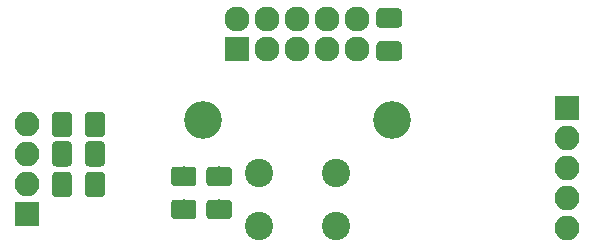
<source format=gbr>
G04 #@! TF.GenerationSoftware,KiCad,Pcbnew,(5.1.4)-1*
G04 #@! TF.CreationDate,2020-05-20T00:47:24+02:00*
G04 #@! TF.ProjectId,project_gtag,70726f6a-6563-4745-9f67-7461672e6b69,V3.1*
G04 #@! TF.SameCoordinates,PX7735940PY44aa200*
G04 #@! TF.FileFunction,Soldermask,Bot*
G04 #@! TF.FilePolarity,Negative*
%FSLAX46Y46*%
G04 Gerber Fmt 4.6, Leading zero omitted, Abs format (unit mm)*
G04 Created by KiCad (PCBNEW (5.1.4)-1) date 2020-05-20 00:47:24*
%MOMM*%
%LPD*%
G04 APERTURE LIST*
%ADD10C,0.100000*%
%ADD11C,1.650000*%
%ADD12R,2.100000X2.100000*%
%ADD13O,2.100000X2.100000*%
%ADD14C,2.400000*%
%ADD15C,3.200000*%
%ADD16R,2.127200X2.127200*%
%ADD17O,2.127200X2.127200*%
G04 APERTURE END LIST*
D10*
G36*
X35577346Y-11376589D02*
G01*
X35609380Y-11381341D01*
X35640794Y-11389210D01*
X35671286Y-11400120D01*
X35700561Y-11413966D01*
X35728338Y-11430615D01*
X35754350Y-11449907D01*
X35778345Y-11471655D01*
X35800093Y-11495650D01*
X35819385Y-11521662D01*
X35836034Y-11549439D01*
X35849880Y-11578714D01*
X35860790Y-11609206D01*
X35868659Y-11640620D01*
X35873411Y-11672654D01*
X35875000Y-11705000D01*
X35875000Y-12695000D01*
X35873411Y-12727346D01*
X35868659Y-12759380D01*
X35860790Y-12790794D01*
X35849880Y-12821286D01*
X35836034Y-12850561D01*
X35819385Y-12878338D01*
X35800093Y-12904350D01*
X35778345Y-12928345D01*
X35754350Y-12950093D01*
X35728338Y-12969385D01*
X35700561Y-12986034D01*
X35671286Y-12999880D01*
X35640794Y-13010790D01*
X35609380Y-13018659D01*
X35577346Y-13023411D01*
X35545000Y-13025000D01*
X34055000Y-13025000D01*
X34022654Y-13023411D01*
X33990620Y-13018659D01*
X33959206Y-13010790D01*
X33928714Y-12999880D01*
X33899439Y-12986034D01*
X33871662Y-12969385D01*
X33845650Y-12950093D01*
X33821655Y-12928345D01*
X33799907Y-12904350D01*
X33780615Y-12878338D01*
X33763966Y-12850561D01*
X33750120Y-12821286D01*
X33739210Y-12790794D01*
X33731341Y-12759380D01*
X33726589Y-12727346D01*
X33725000Y-12695000D01*
X33725000Y-11705000D01*
X33726589Y-11672654D01*
X33731341Y-11640620D01*
X33739210Y-11609206D01*
X33750120Y-11578714D01*
X33763966Y-11549439D01*
X33780615Y-11521662D01*
X33799907Y-11495650D01*
X33821655Y-11471655D01*
X33845650Y-11449907D01*
X33871662Y-11430615D01*
X33899439Y-11413966D01*
X33928714Y-11400120D01*
X33959206Y-11389210D01*
X33990620Y-11381341D01*
X34022654Y-11376589D01*
X34055000Y-11375000D01*
X35545000Y-11375000D01*
X35577346Y-11376589D01*
X35577346Y-11376589D01*
G37*
D11*
X34800000Y-12200000D03*
D10*
G36*
X35577346Y-8576589D02*
G01*
X35609380Y-8581341D01*
X35640794Y-8589210D01*
X35671286Y-8600120D01*
X35700561Y-8613966D01*
X35728338Y-8630615D01*
X35754350Y-8649907D01*
X35778345Y-8671655D01*
X35800093Y-8695650D01*
X35819385Y-8721662D01*
X35836034Y-8749439D01*
X35849880Y-8778714D01*
X35860790Y-8809206D01*
X35868659Y-8840620D01*
X35873411Y-8872654D01*
X35875000Y-8905000D01*
X35875000Y-9895000D01*
X35873411Y-9927346D01*
X35868659Y-9959380D01*
X35860790Y-9990794D01*
X35849880Y-10021286D01*
X35836034Y-10050561D01*
X35819385Y-10078338D01*
X35800093Y-10104350D01*
X35778345Y-10128345D01*
X35754350Y-10150093D01*
X35728338Y-10169385D01*
X35700561Y-10186034D01*
X35671286Y-10199880D01*
X35640794Y-10210790D01*
X35609380Y-10218659D01*
X35577346Y-10223411D01*
X35545000Y-10225000D01*
X34055000Y-10225000D01*
X34022654Y-10223411D01*
X33990620Y-10218659D01*
X33959206Y-10210790D01*
X33928714Y-10199880D01*
X33899439Y-10186034D01*
X33871662Y-10169385D01*
X33845650Y-10150093D01*
X33821655Y-10128345D01*
X33799907Y-10104350D01*
X33780615Y-10078338D01*
X33763966Y-10050561D01*
X33750120Y-10021286D01*
X33739210Y-9990794D01*
X33731341Y-9959380D01*
X33726589Y-9927346D01*
X33725000Y-9895000D01*
X33725000Y-8905000D01*
X33726589Y-8872654D01*
X33731341Y-8840620D01*
X33739210Y-8809206D01*
X33750120Y-8778714D01*
X33763966Y-8749439D01*
X33780615Y-8721662D01*
X33799907Y-8695650D01*
X33821655Y-8671655D01*
X33845650Y-8649907D01*
X33871662Y-8630615D01*
X33899439Y-8613966D01*
X33928714Y-8600120D01*
X33959206Y-8589210D01*
X33990620Y-8581341D01*
X34022654Y-8576589D01*
X34055000Y-8575000D01*
X35545000Y-8575000D01*
X35577346Y-8576589D01*
X35577346Y-8576589D01*
G37*
D11*
X34800000Y-9400000D03*
D10*
G36*
X18177346Y-21976589D02*
G01*
X18209380Y-21981341D01*
X18240794Y-21989210D01*
X18271286Y-22000120D01*
X18300561Y-22013966D01*
X18328338Y-22030615D01*
X18354350Y-22049907D01*
X18378345Y-22071655D01*
X18400093Y-22095650D01*
X18419385Y-22121662D01*
X18436034Y-22149439D01*
X18449880Y-22178714D01*
X18460790Y-22209206D01*
X18468659Y-22240620D01*
X18473411Y-22272654D01*
X18475000Y-22305000D01*
X18475000Y-23295000D01*
X18473411Y-23327346D01*
X18468659Y-23359380D01*
X18460790Y-23390794D01*
X18449880Y-23421286D01*
X18436034Y-23450561D01*
X18419385Y-23478338D01*
X18400093Y-23504350D01*
X18378345Y-23528345D01*
X18354350Y-23550093D01*
X18328338Y-23569385D01*
X18300561Y-23586034D01*
X18271286Y-23599880D01*
X18240794Y-23610790D01*
X18209380Y-23618659D01*
X18177346Y-23623411D01*
X18145000Y-23625000D01*
X16655000Y-23625000D01*
X16622654Y-23623411D01*
X16590620Y-23618659D01*
X16559206Y-23610790D01*
X16528714Y-23599880D01*
X16499439Y-23586034D01*
X16471662Y-23569385D01*
X16445650Y-23550093D01*
X16421655Y-23528345D01*
X16399907Y-23504350D01*
X16380615Y-23478338D01*
X16363966Y-23450561D01*
X16350120Y-23421286D01*
X16339210Y-23390794D01*
X16331341Y-23359380D01*
X16326589Y-23327346D01*
X16325000Y-23295000D01*
X16325000Y-22305000D01*
X16326589Y-22272654D01*
X16331341Y-22240620D01*
X16339210Y-22209206D01*
X16350120Y-22178714D01*
X16363966Y-22149439D01*
X16380615Y-22121662D01*
X16399907Y-22095650D01*
X16421655Y-22071655D01*
X16445650Y-22049907D01*
X16471662Y-22030615D01*
X16499439Y-22013966D01*
X16528714Y-22000120D01*
X16559206Y-21989210D01*
X16590620Y-21981341D01*
X16622654Y-21976589D01*
X16655000Y-21975000D01*
X18145000Y-21975000D01*
X18177346Y-21976589D01*
X18177346Y-21976589D01*
G37*
D11*
X17400000Y-22800000D03*
D10*
G36*
X18177346Y-24776589D02*
G01*
X18209380Y-24781341D01*
X18240794Y-24789210D01*
X18271286Y-24800120D01*
X18300561Y-24813966D01*
X18328338Y-24830615D01*
X18354350Y-24849907D01*
X18378345Y-24871655D01*
X18400093Y-24895650D01*
X18419385Y-24921662D01*
X18436034Y-24949439D01*
X18449880Y-24978714D01*
X18460790Y-25009206D01*
X18468659Y-25040620D01*
X18473411Y-25072654D01*
X18475000Y-25105000D01*
X18475000Y-26095000D01*
X18473411Y-26127346D01*
X18468659Y-26159380D01*
X18460790Y-26190794D01*
X18449880Y-26221286D01*
X18436034Y-26250561D01*
X18419385Y-26278338D01*
X18400093Y-26304350D01*
X18378345Y-26328345D01*
X18354350Y-26350093D01*
X18328338Y-26369385D01*
X18300561Y-26386034D01*
X18271286Y-26399880D01*
X18240794Y-26410790D01*
X18209380Y-26418659D01*
X18177346Y-26423411D01*
X18145000Y-26425000D01*
X16655000Y-26425000D01*
X16622654Y-26423411D01*
X16590620Y-26418659D01*
X16559206Y-26410790D01*
X16528714Y-26399880D01*
X16499439Y-26386034D01*
X16471662Y-26369385D01*
X16445650Y-26350093D01*
X16421655Y-26328345D01*
X16399907Y-26304350D01*
X16380615Y-26278338D01*
X16363966Y-26250561D01*
X16350120Y-26221286D01*
X16339210Y-26190794D01*
X16331341Y-26159380D01*
X16326589Y-26127346D01*
X16325000Y-26095000D01*
X16325000Y-25105000D01*
X16326589Y-25072654D01*
X16331341Y-25040620D01*
X16339210Y-25009206D01*
X16350120Y-24978714D01*
X16363966Y-24949439D01*
X16380615Y-24921662D01*
X16399907Y-24895650D01*
X16421655Y-24871655D01*
X16445650Y-24849907D01*
X16471662Y-24830615D01*
X16499439Y-24813966D01*
X16528714Y-24800120D01*
X16559206Y-24789210D01*
X16590620Y-24781341D01*
X16622654Y-24776589D01*
X16655000Y-24775000D01*
X18145000Y-24775000D01*
X18177346Y-24776589D01*
X18177346Y-24776589D01*
G37*
D11*
X17400000Y-25600000D03*
D10*
G36*
X21177346Y-21976589D02*
G01*
X21209380Y-21981341D01*
X21240794Y-21989210D01*
X21271286Y-22000120D01*
X21300561Y-22013966D01*
X21328338Y-22030615D01*
X21354350Y-22049907D01*
X21378345Y-22071655D01*
X21400093Y-22095650D01*
X21419385Y-22121662D01*
X21436034Y-22149439D01*
X21449880Y-22178714D01*
X21460790Y-22209206D01*
X21468659Y-22240620D01*
X21473411Y-22272654D01*
X21475000Y-22305000D01*
X21475000Y-23295000D01*
X21473411Y-23327346D01*
X21468659Y-23359380D01*
X21460790Y-23390794D01*
X21449880Y-23421286D01*
X21436034Y-23450561D01*
X21419385Y-23478338D01*
X21400093Y-23504350D01*
X21378345Y-23528345D01*
X21354350Y-23550093D01*
X21328338Y-23569385D01*
X21300561Y-23586034D01*
X21271286Y-23599880D01*
X21240794Y-23610790D01*
X21209380Y-23618659D01*
X21177346Y-23623411D01*
X21145000Y-23625000D01*
X19655000Y-23625000D01*
X19622654Y-23623411D01*
X19590620Y-23618659D01*
X19559206Y-23610790D01*
X19528714Y-23599880D01*
X19499439Y-23586034D01*
X19471662Y-23569385D01*
X19445650Y-23550093D01*
X19421655Y-23528345D01*
X19399907Y-23504350D01*
X19380615Y-23478338D01*
X19363966Y-23450561D01*
X19350120Y-23421286D01*
X19339210Y-23390794D01*
X19331341Y-23359380D01*
X19326589Y-23327346D01*
X19325000Y-23295000D01*
X19325000Y-22305000D01*
X19326589Y-22272654D01*
X19331341Y-22240620D01*
X19339210Y-22209206D01*
X19350120Y-22178714D01*
X19363966Y-22149439D01*
X19380615Y-22121662D01*
X19399907Y-22095650D01*
X19421655Y-22071655D01*
X19445650Y-22049907D01*
X19471662Y-22030615D01*
X19499439Y-22013966D01*
X19528714Y-22000120D01*
X19559206Y-21989210D01*
X19590620Y-21981341D01*
X19622654Y-21976589D01*
X19655000Y-21975000D01*
X21145000Y-21975000D01*
X21177346Y-21976589D01*
X21177346Y-21976589D01*
G37*
D11*
X20400000Y-22800000D03*
D10*
G36*
X21177346Y-24776589D02*
G01*
X21209380Y-24781341D01*
X21240794Y-24789210D01*
X21271286Y-24800120D01*
X21300561Y-24813966D01*
X21328338Y-24830615D01*
X21354350Y-24849907D01*
X21378345Y-24871655D01*
X21400093Y-24895650D01*
X21419385Y-24921662D01*
X21436034Y-24949439D01*
X21449880Y-24978714D01*
X21460790Y-25009206D01*
X21468659Y-25040620D01*
X21473411Y-25072654D01*
X21475000Y-25105000D01*
X21475000Y-26095000D01*
X21473411Y-26127346D01*
X21468659Y-26159380D01*
X21460790Y-26190794D01*
X21449880Y-26221286D01*
X21436034Y-26250561D01*
X21419385Y-26278338D01*
X21400093Y-26304350D01*
X21378345Y-26328345D01*
X21354350Y-26350093D01*
X21328338Y-26369385D01*
X21300561Y-26386034D01*
X21271286Y-26399880D01*
X21240794Y-26410790D01*
X21209380Y-26418659D01*
X21177346Y-26423411D01*
X21145000Y-26425000D01*
X19655000Y-26425000D01*
X19622654Y-26423411D01*
X19590620Y-26418659D01*
X19559206Y-26410790D01*
X19528714Y-26399880D01*
X19499439Y-26386034D01*
X19471662Y-26369385D01*
X19445650Y-26350093D01*
X19421655Y-26328345D01*
X19399907Y-26304350D01*
X19380615Y-26278338D01*
X19363966Y-26250561D01*
X19350120Y-26221286D01*
X19339210Y-26190794D01*
X19331341Y-26159380D01*
X19326589Y-26127346D01*
X19325000Y-26095000D01*
X19325000Y-25105000D01*
X19326589Y-25072654D01*
X19331341Y-25040620D01*
X19339210Y-25009206D01*
X19350120Y-24978714D01*
X19363966Y-24949439D01*
X19380615Y-24921662D01*
X19399907Y-24895650D01*
X19421655Y-24871655D01*
X19445650Y-24849907D01*
X19471662Y-24830615D01*
X19499439Y-24813966D01*
X19528714Y-24800120D01*
X19559206Y-24789210D01*
X19590620Y-24781341D01*
X19622654Y-24776589D01*
X19655000Y-24775000D01*
X21145000Y-24775000D01*
X21177346Y-24776589D01*
X21177346Y-24776589D01*
G37*
D11*
X20400000Y-25600000D03*
D12*
X49900000Y-17000000D03*
D13*
X49900000Y-19540000D03*
X49900000Y-22080000D03*
X49900000Y-24620000D03*
X49900000Y-27160000D03*
D12*
X4100000Y-26000000D03*
D13*
X4100000Y-23460000D03*
X4100000Y-20920000D03*
X4100000Y-18380000D03*
D10*
G36*
X7627346Y-19826589D02*
G01*
X7659380Y-19831341D01*
X7690794Y-19839210D01*
X7721286Y-19850120D01*
X7750561Y-19863966D01*
X7778338Y-19880615D01*
X7804350Y-19899907D01*
X7828345Y-19921655D01*
X7850093Y-19945650D01*
X7869385Y-19971662D01*
X7886034Y-19999439D01*
X7899880Y-20028714D01*
X7910790Y-20059206D01*
X7918659Y-20090620D01*
X7923411Y-20122654D01*
X7925000Y-20155000D01*
X7925000Y-21645000D01*
X7923411Y-21677346D01*
X7918659Y-21709380D01*
X7910790Y-21740794D01*
X7899880Y-21771286D01*
X7886034Y-21800561D01*
X7869385Y-21828338D01*
X7850093Y-21854350D01*
X7828345Y-21878345D01*
X7804350Y-21900093D01*
X7778338Y-21919385D01*
X7750561Y-21936034D01*
X7721286Y-21949880D01*
X7690794Y-21960790D01*
X7659380Y-21968659D01*
X7627346Y-21973411D01*
X7595000Y-21975000D01*
X6605000Y-21975000D01*
X6572654Y-21973411D01*
X6540620Y-21968659D01*
X6509206Y-21960790D01*
X6478714Y-21949880D01*
X6449439Y-21936034D01*
X6421662Y-21919385D01*
X6395650Y-21900093D01*
X6371655Y-21878345D01*
X6349907Y-21854350D01*
X6330615Y-21828338D01*
X6313966Y-21800561D01*
X6300120Y-21771286D01*
X6289210Y-21740794D01*
X6281341Y-21709380D01*
X6276589Y-21677346D01*
X6275000Y-21645000D01*
X6275000Y-20155000D01*
X6276589Y-20122654D01*
X6281341Y-20090620D01*
X6289210Y-20059206D01*
X6300120Y-20028714D01*
X6313966Y-19999439D01*
X6330615Y-19971662D01*
X6349907Y-19945650D01*
X6371655Y-19921655D01*
X6395650Y-19899907D01*
X6421662Y-19880615D01*
X6449439Y-19863966D01*
X6478714Y-19850120D01*
X6509206Y-19839210D01*
X6540620Y-19831341D01*
X6572654Y-19826589D01*
X6605000Y-19825000D01*
X7595000Y-19825000D01*
X7627346Y-19826589D01*
X7627346Y-19826589D01*
G37*
D11*
X7100000Y-20900000D03*
D10*
G36*
X10427346Y-19826589D02*
G01*
X10459380Y-19831341D01*
X10490794Y-19839210D01*
X10521286Y-19850120D01*
X10550561Y-19863966D01*
X10578338Y-19880615D01*
X10604350Y-19899907D01*
X10628345Y-19921655D01*
X10650093Y-19945650D01*
X10669385Y-19971662D01*
X10686034Y-19999439D01*
X10699880Y-20028714D01*
X10710790Y-20059206D01*
X10718659Y-20090620D01*
X10723411Y-20122654D01*
X10725000Y-20155000D01*
X10725000Y-21645000D01*
X10723411Y-21677346D01*
X10718659Y-21709380D01*
X10710790Y-21740794D01*
X10699880Y-21771286D01*
X10686034Y-21800561D01*
X10669385Y-21828338D01*
X10650093Y-21854350D01*
X10628345Y-21878345D01*
X10604350Y-21900093D01*
X10578338Y-21919385D01*
X10550561Y-21936034D01*
X10521286Y-21949880D01*
X10490794Y-21960790D01*
X10459380Y-21968659D01*
X10427346Y-21973411D01*
X10395000Y-21975000D01*
X9405000Y-21975000D01*
X9372654Y-21973411D01*
X9340620Y-21968659D01*
X9309206Y-21960790D01*
X9278714Y-21949880D01*
X9249439Y-21936034D01*
X9221662Y-21919385D01*
X9195650Y-21900093D01*
X9171655Y-21878345D01*
X9149907Y-21854350D01*
X9130615Y-21828338D01*
X9113966Y-21800561D01*
X9100120Y-21771286D01*
X9089210Y-21740794D01*
X9081341Y-21709380D01*
X9076589Y-21677346D01*
X9075000Y-21645000D01*
X9075000Y-20155000D01*
X9076589Y-20122654D01*
X9081341Y-20090620D01*
X9089210Y-20059206D01*
X9100120Y-20028714D01*
X9113966Y-19999439D01*
X9130615Y-19971662D01*
X9149907Y-19945650D01*
X9171655Y-19921655D01*
X9195650Y-19899907D01*
X9221662Y-19880615D01*
X9249439Y-19863966D01*
X9278714Y-19850120D01*
X9309206Y-19839210D01*
X9340620Y-19831341D01*
X9372654Y-19826589D01*
X9405000Y-19825000D01*
X10395000Y-19825000D01*
X10427346Y-19826589D01*
X10427346Y-19826589D01*
G37*
D11*
X9900000Y-20900000D03*
D10*
G36*
X7627346Y-17326589D02*
G01*
X7659380Y-17331341D01*
X7690794Y-17339210D01*
X7721286Y-17350120D01*
X7750561Y-17363966D01*
X7778338Y-17380615D01*
X7804350Y-17399907D01*
X7828345Y-17421655D01*
X7850093Y-17445650D01*
X7869385Y-17471662D01*
X7886034Y-17499439D01*
X7899880Y-17528714D01*
X7910790Y-17559206D01*
X7918659Y-17590620D01*
X7923411Y-17622654D01*
X7925000Y-17655000D01*
X7925000Y-19145000D01*
X7923411Y-19177346D01*
X7918659Y-19209380D01*
X7910790Y-19240794D01*
X7899880Y-19271286D01*
X7886034Y-19300561D01*
X7869385Y-19328338D01*
X7850093Y-19354350D01*
X7828345Y-19378345D01*
X7804350Y-19400093D01*
X7778338Y-19419385D01*
X7750561Y-19436034D01*
X7721286Y-19449880D01*
X7690794Y-19460790D01*
X7659380Y-19468659D01*
X7627346Y-19473411D01*
X7595000Y-19475000D01*
X6605000Y-19475000D01*
X6572654Y-19473411D01*
X6540620Y-19468659D01*
X6509206Y-19460790D01*
X6478714Y-19449880D01*
X6449439Y-19436034D01*
X6421662Y-19419385D01*
X6395650Y-19400093D01*
X6371655Y-19378345D01*
X6349907Y-19354350D01*
X6330615Y-19328338D01*
X6313966Y-19300561D01*
X6300120Y-19271286D01*
X6289210Y-19240794D01*
X6281341Y-19209380D01*
X6276589Y-19177346D01*
X6275000Y-19145000D01*
X6275000Y-17655000D01*
X6276589Y-17622654D01*
X6281341Y-17590620D01*
X6289210Y-17559206D01*
X6300120Y-17528714D01*
X6313966Y-17499439D01*
X6330615Y-17471662D01*
X6349907Y-17445650D01*
X6371655Y-17421655D01*
X6395650Y-17399907D01*
X6421662Y-17380615D01*
X6449439Y-17363966D01*
X6478714Y-17350120D01*
X6509206Y-17339210D01*
X6540620Y-17331341D01*
X6572654Y-17326589D01*
X6605000Y-17325000D01*
X7595000Y-17325000D01*
X7627346Y-17326589D01*
X7627346Y-17326589D01*
G37*
D11*
X7100000Y-18400000D03*
D10*
G36*
X10427346Y-17326589D02*
G01*
X10459380Y-17331341D01*
X10490794Y-17339210D01*
X10521286Y-17350120D01*
X10550561Y-17363966D01*
X10578338Y-17380615D01*
X10604350Y-17399907D01*
X10628345Y-17421655D01*
X10650093Y-17445650D01*
X10669385Y-17471662D01*
X10686034Y-17499439D01*
X10699880Y-17528714D01*
X10710790Y-17559206D01*
X10718659Y-17590620D01*
X10723411Y-17622654D01*
X10725000Y-17655000D01*
X10725000Y-19145000D01*
X10723411Y-19177346D01*
X10718659Y-19209380D01*
X10710790Y-19240794D01*
X10699880Y-19271286D01*
X10686034Y-19300561D01*
X10669385Y-19328338D01*
X10650093Y-19354350D01*
X10628345Y-19378345D01*
X10604350Y-19400093D01*
X10578338Y-19419385D01*
X10550561Y-19436034D01*
X10521286Y-19449880D01*
X10490794Y-19460790D01*
X10459380Y-19468659D01*
X10427346Y-19473411D01*
X10395000Y-19475000D01*
X9405000Y-19475000D01*
X9372654Y-19473411D01*
X9340620Y-19468659D01*
X9309206Y-19460790D01*
X9278714Y-19449880D01*
X9249439Y-19436034D01*
X9221662Y-19419385D01*
X9195650Y-19400093D01*
X9171655Y-19378345D01*
X9149907Y-19354350D01*
X9130615Y-19328338D01*
X9113966Y-19300561D01*
X9100120Y-19271286D01*
X9089210Y-19240794D01*
X9081341Y-19209380D01*
X9076589Y-19177346D01*
X9075000Y-19145000D01*
X9075000Y-17655000D01*
X9076589Y-17622654D01*
X9081341Y-17590620D01*
X9089210Y-17559206D01*
X9100120Y-17528714D01*
X9113966Y-17499439D01*
X9130615Y-17471662D01*
X9149907Y-17445650D01*
X9171655Y-17421655D01*
X9195650Y-17399907D01*
X9221662Y-17380615D01*
X9249439Y-17363966D01*
X9278714Y-17350120D01*
X9309206Y-17339210D01*
X9340620Y-17331341D01*
X9372654Y-17326589D01*
X9405000Y-17325000D01*
X10395000Y-17325000D01*
X10427346Y-17326589D01*
X10427346Y-17326589D01*
G37*
D11*
X9900000Y-18400000D03*
D10*
G36*
X7627346Y-22426589D02*
G01*
X7659380Y-22431341D01*
X7690794Y-22439210D01*
X7721286Y-22450120D01*
X7750561Y-22463966D01*
X7778338Y-22480615D01*
X7804350Y-22499907D01*
X7828345Y-22521655D01*
X7850093Y-22545650D01*
X7869385Y-22571662D01*
X7886034Y-22599439D01*
X7899880Y-22628714D01*
X7910790Y-22659206D01*
X7918659Y-22690620D01*
X7923411Y-22722654D01*
X7925000Y-22755000D01*
X7925000Y-24245000D01*
X7923411Y-24277346D01*
X7918659Y-24309380D01*
X7910790Y-24340794D01*
X7899880Y-24371286D01*
X7886034Y-24400561D01*
X7869385Y-24428338D01*
X7850093Y-24454350D01*
X7828345Y-24478345D01*
X7804350Y-24500093D01*
X7778338Y-24519385D01*
X7750561Y-24536034D01*
X7721286Y-24549880D01*
X7690794Y-24560790D01*
X7659380Y-24568659D01*
X7627346Y-24573411D01*
X7595000Y-24575000D01*
X6605000Y-24575000D01*
X6572654Y-24573411D01*
X6540620Y-24568659D01*
X6509206Y-24560790D01*
X6478714Y-24549880D01*
X6449439Y-24536034D01*
X6421662Y-24519385D01*
X6395650Y-24500093D01*
X6371655Y-24478345D01*
X6349907Y-24454350D01*
X6330615Y-24428338D01*
X6313966Y-24400561D01*
X6300120Y-24371286D01*
X6289210Y-24340794D01*
X6281341Y-24309380D01*
X6276589Y-24277346D01*
X6275000Y-24245000D01*
X6275000Y-22755000D01*
X6276589Y-22722654D01*
X6281341Y-22690620D01*
X6289210Y-22659206D01*
X6300120Y-22628714D01*
X6313966Y-22599439D01*
X6330615Y-22571662D01*
X6349907Y-22545650D01*
X6371655Y-22521655D01*
X6395650Y-22499907D01*
X6421662Y-22480615D01*
X6449439Y-22463966D01*
X6478714Y-22450120D01*
X6509206Y-22439210D01*
X6540620Y-22431341D01*
X6572654Y-22426589D01*
X6605000Y-22425000D01*
X7595000Y-22425000D01*
X7627346Y-22426589D01*
X7627346Y-22426589D01*
G37*
D11*
X7100000Y-23500000D03*
D10*
G36*
X10427346Y-22426589D02*
G01*
X10459380Y-22431341D01*
X10490794Y-22439210D01*
X10521286Y-22450120D01*
X10550561Y-22463966D01*
X10578338Y-22480615D01*
X10604350Y-22499907D01*
X10628345Y-22521655D01*
X10650093Y-22545650D01*
X10669385Y-22571662D01*
X10686034Y-22599439D01*
X10699880Y-22628714D01*
X10710790Y-22659206D01*
X10718659Y-22690620D01*
X10723411Y-22722654D01*
X10725000Y-22755000D01*
X10725000Y-24245000D01*
X10723411Y-24277346D01*
X10718659Y-24309380D01*
X10710790Y-24340794D01*
X10699880Y-24371286D01*
X10686034Y-24400561D01*
X10669385Y-24428338D01*
X10650093Y-24454350D01*
X10628345Y-24478345D01*
X10604350Y-24500093D01*
X10578338Y-24519385D01*
X10550561Y-24536034D01*
X10521286Y-24549880D01*
X10490794Y-24560790D01*
X10459380Y-24568659D01*
X10427346Y-24573411D01*
X10395000Y-24575000D01*
X9405000Y-24575000D01*
X9372654Y-24573411D01*
X9340620Y-24568659D01*
X9309206Y-24560790D01*
X9278714Y-24549880D01*
X9249439Y-24536034D01*
X9221662Y-24519385D01*
X9195650Y-24500093D01*
X9171655Y-24478345D01*
X9149907Y-24454350D01*
X9130615Y-24428338D01*
X9113966Y-24400561D01*
X9100120Y-24371286D01*
X9089210Y-24340794D01*
X9081341Y-24309380D01*
X9076589Y-24277346D01*
X9075000Y-24245000D01*
X9075000Y-22755000D01*
X9076589Y-22722654D01*
X9081341Y-22690620D01*
X9089210Y-22659206D01*
X9100120Y-22628714D01*
X9113966Y-22599439D01*
X9130615Y-22571662D01*
X9149907Y-22545650D01*
X9171655Y-22521655D01*
X9195650Y-22499907D01*
X9221662Y-22480615D01*
X9249439Y-22463966D01*
X9278714Y-22450120D01*
X9309206Y-22439210D01*
X9340620Y-22431341D01*
X9372654Y-22426589D01*
X9405000Y-22425000D01*
X10395000Y-22425000D01*
X10427346Y-22426589D01*
X10427346Y-22426589D01*
G37*
D11*
X9900000Y-23500000D03*
D14*
X30300000Y-22500000D03*
X30300000Y-27000000D03*
X23800000Y-22500000D03*
X23800000Y-27000000D03*
D15*
X19000000Y-18000000D03*
X35000000Y-18000000D03*
D16*
X21900000Y-12000000D03*
D17*
X21900000Y-9460000D03*
X24440000Y-12000000D03*
X24440000Y-9460000D03*
X26980000Y-12000000D03*
X26980000Y-9460000D03*
X29520000Y-12000000D03*
X29520000Y-9460000D03*
X32060000Y-12000000D03*
X32060000Y-9460000D03*
M02*

</source>
